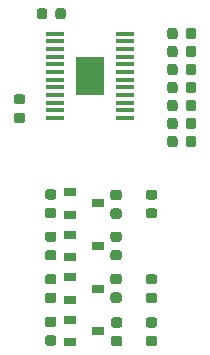
<source format=gbr>
%TF.GenerationSoftware,KiCad,Pcbnew,(5.1.6)-1*%
%TF.CreationDate,2020-08-11T11:23:43+09:00*%
%TF.ProjectId,BLDC_MD_DRV10970,424c4443-5f4d-4445-9f44-525631303937,rev?*%
%TF.SameCoordinates,Original*%
%TF.FileFunction,Paste,Top*%
%TF.FilePolarity,Positive*%
%FSLAX46Y46*%
G04 Gerber Fmt 4.6, Leading zero omitted, Abs format (unit mm)*
G04 Created by KiCad (PCBNEW (5.1.6)-1) date 2020-08-11 11:23:43*
%MOMM*%
%LPD*%
G01*
G04 APERTURE LIST*
%ADD10R,1.000000X0.700000*%
%ADD11R,2.400000X3.280000*%
%ADD12R,1.500000X0.450000*%
G04 APERTURE END LIST*
%TO.C,R15*%
G36*
G01*
X158099240Y-98198650D02*
X158099240Y-97686150D01*
G75*
G02*
X158317990Y-97467400I218750J0D01*
G01*
X158755490Y-97467400D01*
G75*
G02*
X158974240Y-97686150I0J-218750D01*
G01*
X158974240Y-98198650D01*
G75*
G02*
X158755490Y-98417400I-218750J0D01*
G01*
X158317990Y-98417400D01*
G75*
G02*
X158099240Y-98198650I0J218750D01*
G01*
G37*
G36*
G01*
X156524240Y-98198650D02*
X156524240Y-97686150D01*
G75*
G02*
X156742990Y-97467400I218750J0D01*
G01*
X157180490Y-97467400D01*
G75*
G02*
X157399240Y-97686150I0J-218750D01*
G01*
X157399240Y-98198650D01*
G75*
G02*
X157180490Y-98417400I-218750J0D01*
G01*
X156742990Y-98417400D01*
G75*
G02*
X156524240Y-98198650I0J218750D01*
G01*
G37*
%TD*%
%TO.C,R14*%
G36*
G01*
X147060400Y-94998250D02*
X147060400Y-94485750D01*
G75*
G02*
X147279150Y-94267000I218750J0D01*
G01*
X147716650Y-94267000D01*
G75*
G02*
X147935400Y-94485750I0J-218750D01*
G01*
X147935400Y-94998250D01*
G75*
G02*
X147716650Y-95217000I-218750J0D01*
G01*
X147279150Y-95217000D01*
G75*
G02*
X147060400Y-94998250I0J218750D01*
G01*
G37*
G36*
G01*
X145485400Y-94998250D02*
X145485400Y-94485750D01*
G75*
G02*
X145704150Y-94267000I218750J0D01*
G01*
X146141650Y-94267000D01*
G75*
G02*
X146360400Y-94485750I0J-218750D01*
G01*
X146360400Y-94998250D01*
G75*
G02*
X146141650Y-95217000I-218750J0D01*
G01*
X145704150Y-95217000D01*
G75*
G02*
X145485400Y-94998250I0J218750D01*
G01*
G37*
%TD*%
%TO.C,R13*%
G36*
G01*
X158099240Y-101246650D02*
X158099240Y-100734150D01*
G75*
G02*
X158317990Y-100515400I218750J0D01*
G01*
X158755490Y-100515400D01*
G75*
G02*
X158974240Y-100734150I0J-218750D01*
G01*
X158974240Y-101246650D01*
G75*
G02*
X158755490Y-101465400I-218750J0D01*
G01*
X158317990Y-101465400D01*
G75*
G02*
X158099240Y-101246650I0J218750D01*
G01*
G37*
G36*
G01*
X156524240Y-101246650D02*
X156524240Y-100734150D01*
G75*
G02*
X156742990Y-100515400I218750J0D01*
G01*
X157180490Y-100515400D01*
G75*
G02*
X157399240Y-100734150I0J-218750D01*
G01*
X157399240Y-101246650D01*
G75*
G02*
X157180490Y-101465400I-218750J0D01*
G01*
X156742990Y-101465400D01*
G75*
G02*
X156524240Y-101246650I0J218750D01*
G01*
G37*
%TD*%
%TO.C,R12*%
G36*
G01*
X154937750Y-118358400D02*
X155450250Y-118358400D01*
G75*
G02*
X155669000Y-118577150I0J-218750D01*
G01*
X155669000Y-119014650D01*
G75*
G02*
X155450250Y-119233400I-218750J0D01*
G01*
X154937750Y-119233400D01*
G75*
G02*
X154719000Y-119014650I0J218750D01*
G01*
X154719000Y-118577150D01*
G75*
G02*
X154937750Y-118358400I218750J0D01*
G01*
G37*
G36*
G01*
X154937750Y-116783400D02*
X155450250Y-116783400D01*
G75*
G02*
X155669000Y-117002150I0J-218750D01*
G01*
X155669000Y-117439650D01*
G75*
G02*
X155450250Y-117658400I-218750J0D01*
G01*
X154937750Y-117658400D01*
G75*
G02*
X154719000Y-117439650I0J218750D01*
G01*
X154719000Y-117002150D01*
G75*
G02*
X154937750Y-116783400I218750J0D01*
G01*
G37*
%TD*%
%TO.C,R11*%
G36*
G01*
X158099240Y-99722650D02*
X158099240Y-99210150D01*
G75*
G02*
X158317990Y-98991400I218750J0D01*
G01*
X158755490Y-98991400D01*
G75*
G02*
X158974240Y-99210150I0J-218750D01*
G01*
X158974240Y-99722650D01*
G75*
G02*
X158755490Y-99941400I-218750J0D01*
G01*
X158317990Y-99941400D01*
G75*
G02*
X158099240Y-99722650I0J218750D01*
G01*
G37*
G36*
G01*
X156524240Y-99722650D02*
X156524240Y-99210150D01*
G75*
G02*
X156742990Y-98991400I218750J0D01*
G01*
X157180490Y-98991400D01*
G75*
G02*
X157399240Y-99210150I0J-218750D01*
G01*
X157399240Y-99722650D01*
G75*
G02*
X157180490Y-99941400I-218750J0D01*
G01*
X156742990Y-99941400D01*
G75*
G02*
X156524240Y-99722650I0J218750D01*
G01*
G37*
%TD*%
%TO.C,R10*%
G36*
G01*
X154937750Y-111195600D02*
X155450250Y-111195600D01*
G75*
G02*
X155669000Y-111414350I0J-218750D01*
G01*
X155669000Y-111851850D01*
G75*
G02*
X155450250Y-112070600I-218750J0D01*
G01*
X154937750Y-112070600D01*
G75*
G02*
X154719000Y-111851850I0J218750D01*
G01*
X154719000Y-111414350D01*
G75*
G02*
X154937750Y-111195600I218750J0D01*
G01*
G37*
G36*
G01*
X154937750Y-109620600D02*
X155450250Y-109620600D01*
G75*
G02*
X155669000Y-109839350I0J-218750D01*
G01*
X155669000Y-110276850D01*
G75*
G02*
X155450250Y-110495600I-218750J0D01*
G01*
X154937750Y-110495600D01*
G75*
G02*
X154719000Y-110276850I0J218750D01*
G01*
X154719000Y-109839350D01*
G75*
G02*
X154937750Y-109620600I218750J0D01*
G01*
G37*
%TD*%
%TO.C,R9*%
G36*
G01*
X154937750Y-122016000D02*
X155450250Y-122016000D01*
G75*
G02*
X155669000Y-122234750I0J-218750D01*
G01*
X155669000Y-122672250D01*
G75*
G02*
X155450250Y-122891000I-218750J0D01*
G01*
X154937750Y-122891000D01*
G75*
G02*
X154719000Y-122672250I0J218750D01*
G01*
X154719000Y-122234750D01*
G75*
G02*
X154937750Y-122016000I218750J0D01*
G01*
G37*
G36*
G01*
X154937750Y-120441000D02*
X155450250Y-120441000D01*
G75*
G02*
X155669000Y-120659750I0J-218750D01*
G01*
X155669000Y-121097250D01*
G75*
G02*
X155450250Y-121316000I-218750J0D01*
G01*
X154937750Y-121316000D01*
G75*
G02*
X154719000Y-121097250I0J218750D01*
G01*
X154719000Y-120659750D01*
G75*
G02*
X154937750Y-120441000I218750J0D01*
G01*
G37*
%TD*%
%TO.C,R8*%
G36*
G01*
X151940550Y-111220900D02*
X152453050Y-111220900D01*
G75*
G02*
X152671800Y-111439650I0J-218750D01*
G01*
X152671800Y-111877150D01*
G75*
G02*
X152453050Y-112095900I-218750J0D01*
G01*
X151940550Y-112095900D01*
G75*
G02*
X151721800Y-111877150I0J218750D01*
G01*
X151721800Y-111439650D01*
G75*
G02*
X151940550Y-111220900I218750J0D01*
G01*
G37*
G36*
G01*
X151940550Y-109645900D02*
X152453050Y-109645900D01*
G75*
G02*
X152671800Y-109864650I0J-218750D01*
G01*
X152671800Y-110302150D01*
G75*
G02*
X152453050Y-110520900I-218750J0D01*
G01*
X151940550Y-110520900D01*
G75*
G02*
X151721800Y-110302150I0J218750D01*
G01*
X151721800Y-109864650D01*
G75*
G02*
X151940550Y-109645900I218750J0D01*
G01*
G37*
%TD*%
%TO.C,R7*%
G36*
G01*
X151940550Y-114751600D02*
X152453050Y-114751600D01*
G75*
G02*
X152671800Y-114970350I0J-218750D01*
G01*
X152671800Y-115407850D01*
G75*
G02*
X152453050Y-115626600I-218750J0D01*
G01*
X151940550Y-115626600D01*
G75*
G02*
X151721800Y-115407850I0J218750D01*
G01*
X151721800Y-114970350D01*
G75*
G02*
X151940550Y-114751600I218750J0D01*
G01*
G37*
G36*
G01*
X151940550Y-113176600D02*
X152453050Y-113176600D01*
G75*
G02*
X152671800Y-113395350I0J-218750D01*
G01*
X152671800Y-113832850D01*
G75*
G02*
X152453050Y-114051600I-218750J0D01*
G01*
X151940550Y-114051600D01*
G75*
G02*
X151721800Y-113832850I0J218750D01*
G01*
X151721800Y-113395350D01*
G75*
G02*
X151940550Y-113176600I218750J0D01*
G01*
G37*
%TD*%
%TO.C,R6*%
G36*
G01*
X151940550Y-118332900D02*
X152453050Y-118332900D01*
G75*
G02*
X152671800Y-118551650I0J-218750D01*
G01*
X152671800Y-118989150D01*
G75*
G02*
X152453050Y-119207900I-218750J0D01*
G01*
X151940550Y-119207900D01*
G75*
G02*
X151721800Y-118989150I0J218750D01*
G01*
X151721800Y-118551650D01*
G75*
G02*
X151940550Y-118332900I218750J0D01*
G01*
G37*
G36*
G01*
X151940550Y-116757900D02*
X152453050Y-116757900D01*
G75*
G02*
X152671800Y-116976650I0J-218750D01*
G01*
X152671800Y-117414150D01*
G75*
G02*
X152453050Y-117632900I-218750J0D01*
G01*
X151940550Y-117632900D01*
G75*
G02*
X151721800Y-117414150I0J218750D01*
G01*
X151721800Y-116976650D01*
G75*
G02*
X151940550Y-116757900I218750J0D01*
G01*
G37*
%TD*%
%TO.C,R5*%
G36*
G01*
X151991350Y-122016000D02*
X152503850Y-122016000D01*
G75*
G02*
X152722600Y-122234750I0J-218750D01*
G01*
X152722600Y-122672250D01*
G75*
G02*
X152503850Y-122891000I-218750J0D01*
G01*
X151991350Y-122891000D01*
G75*
G02*
X151772600Y-122672250I0J218750D01*
G01*
X151772600Y-122234750D01*
G75*
G02*
X151991350Y-122016000I218750J0D01*
G01*
G37*
G36*
G01*
X151991350Y-120441000D02*
X152503850Y-120441000D01*
G75*
G02*
X152722600Y-120659750I0J-218750D01*
G01*
X152722600Y-121097250D01*
G75*
G02*
X152503850Y-121316000I-218750J0D01*
G01*
X151991350Y-121316000D01*
G75*
G02*
X151772600Y-121097250I0J218750D01*
G01*
X151772600Y-120659750D01*
G75*
G02*
X151991350Y-120441000I218750J0D01*
G01*
G37*
%TD*%
%TO.C,R4*%
G36*
G01*
X146403350Y-111170100D02*
X146915850Y-111170100D01*
G75*
G02*
X147134600Y-111388850I0J-218750D01*
G01*
X147134600Y-111826350D01*
G75*
G02*
X146915850Y-112045100I-218750J0D01*
G01*
X146403350Y-112045100D01*
G75*
G02*
X146184600Y-111826350I0J218750D01*
G01*
X146184600Y-111388850D01*
G75*
G02*
X146403350Y-111170100I218750J0D01*
G01*
G37*
G36*
G01*
X146403350Y-109595100D02*
X146915850Y-109595100D01*
G75*
G02*
X147134600Y-109813850I0J-218750D01*
G01*
X147134600Y-110251350D01*
G75*
G02*
X146915850Y-110470100I-218750J0D01*
G01*
X146403350Y-110470100D01*
G75*
G02*
X146184600Y-110251350I0J218750D01*
G01*
X146184600Y-109813850D01*
G75*
G02*
X146403350Y-109595100I218750J0D01*
G01*
G37*
%TD*%
%TO.C,R3*%
G36*
G01*
X146403350Y-114751600D02*
X146915850Y-114751600D01*
G75*
G02*
X147134600Y-114970350I0J-218750D01*
G01*
X147134600Y-115407850D01*
G75*
G02*
X146915850Y-115626600I-218750J0D01*
G01*
X146403350Y-115626600D01*
G75*
G02*
X146184600Y-115407850I0J218750D01*
G01*
X146184600Y-114970350D01*
G75*
G02*
X146403350Y-114751600I218750J0D01*
G01*
G37*
G36*
G01*
X146403350Y-113176600D02*
X146915850Y-113176600D01*
G75*
G02*
X147134600Y-113395350I0J-218750D01*
G01*
X147134600Y-113832850D01*
G75*
G02*
X146915850Y-114051600I-218750J0D01*
G01*
X146403350Y-114051600D01*
G75*
G02*
X146184600Y-113832850I0J218750D01*
G01*
X146184600Y-113395350D01*
G75*
G02*
X146403350Y-113176600I218750J0D01*
G01*
G37*
%TD*%
%TO.C,R2*%
G36*
G01*
X146403350Y-118358400D02*
X146915850Y-118358400D01*
G75*
G02*
X147134600Y-118577150I0J-218750D01*
G01*
X147134600Y-119014650D01*
G75*
G02*
X146915850Y-119233400I-218750J0D01*
G01*
X146403350Y-119233400D01*
G75*
G02*
X146184600Y-119014650I0J218750D01*
G01*
X146184600Y-118577150D01*
G75*
G02*
X146403350Y-118358400I218750J0D01*
G01*
G37*
G36*
G01*
X146403350Y-116783400D02*
X146915850Y-116783400D01*
G75*
G02*
X147134600Y-117002150I0J-218750D01*
G01*
X147134600Y-117439650D01*
G75*
G02*
X146915850Y-117658400I-218750J0D01*
G01*
X146403350Y-117658400D01*
G75*
G02*
X146184600Y-117439650I0J218750D01*
G01*
X146184600Y-117002150D01*
G75*
G02*
X146403350Y-116783400I218750J0D01*
G01*
G37*
%TD*%
%TO.C,R1*%
G36*
G01*
X146403350Y-121965200D02*
X146915850Y-121965200D01*
G75*
G02*
X147134600Y-122183950I0J-218750D01*
G01*
X147134600Y-122621450D01*
G75*
G02*
X146915850Y-122840200I-218750J0D01*
G01*
X146403350Y-122840200D01*
G75*
G02*
X146184600Y-122621450I0J218750D01*
G01*
X146184600Y-122183950D01*
G75*
G02*
X146403350Y-121965200I218750J0D01*
G01*
G37*
G36*
G01*
X146403350Y-120390200D02*
X146915850Y-120390200D01*
G75*
G02*
X147134600Y-120608950I0J-218750D01*
G01*
X147134600Y-121046450D01*
G75*
G02*
X146915850Y-121265200I-218750J0D01*
G01*
X146403350Y-121265200D01*
G75*
G02*
X146184600Y-121046450I0J218750D01*
G01*
X146184600Y-120608950D01*
G75*
G02*
X146403350Y-120390200I218750J0D01*
G01*
G37*
%TD*%
D10*
%TO.C,Q4*%
X150653600Y-110794800D03*
X148253600Y-111744800D03*
X148253600Y-109844800D03*
%TD*%
%TO.C,Q3*%
X150653600Y-114401600D03*
X148253600Y-115351600D03*
X148253600Y-113451600D03*
%TD*%
%TO.C,Q2*%
X150653600Y-118008400D03*
X148253600Y-118958400D03*
X148253600Y-117058400D03*
%TD*%
%TO.C,Q1*%
X150653600Y-121615200D03*
X148253600Y-122565200D03*
X148253600Y-120665200D03*
%TD*%
D11*
%TO.C,IC1*%
X150000000Y-100000000D03*
D12*
X152950000Y-96425000D03*
X152950000Y-97075000D03*
X152950000Y-97725000D03*
X152950000Y-98375000D03*
X152950000Y-99025000D03*
X152950000Y-99675000D03*
X152950000Y-100325000D03*
X152950000Y-100975000D03*
X152950000Y-101625000D03*
X152950000Y-102275000D03*
X152950000Y-102925000D03*
X152950000Y-103575000D03*
X147050000Y-103575000D03*
X147050000Y-102925000D03*
X147050000Y-102275000D03*
X147050000Y-101625000D03*
X147050000Y-100975000D03*
X147050000Y-100325000D03*
X147050000Y-99675000D03*
X147050000Y-99025000D03*
X147050000Y-98375000D03*
X147050000Y-97725000D03*
X147050000Y-97075000D03*
X147050000Y-96425000D03*
%TD*%
%TO.C,C5*%
G36*
G01*
X157399240Y-102258150D02*
X157399240Y-102770650D01*
G75*
G02*
X157180490Y-102989400I-218750J0D01*
G01*
X156742990Y-102989400D01*
G75*
G02*
X156524240Y-102770650I0J218750D01*
G01*
X156524240Y-102258150D01*
G75*
G02*
X156742990Y-102039400I218750J0D01*
G01*
X157180490Y-102039400D01*
G75*
G02*
X157399240Y-102258150I0J-218750D01*
G01*
G37*
G36*
G01*
X158974240Y-102258150D02*
X158974240Y-102770650D01*
G75*
G02*
X158755490Y-102989400I-218750J0D01*
G01*
X158317990Y-102989400D01*
G75*
G02*
X158099240Y-102770650I0J218750D01*
G01*
X158099240Y-102258150D01*
G75*
G02*
X158317990Y-102039400I218750J0D01*
G01*
X158755490Y-102039400D01*
G75*
G02*
X158974240Y-102258150I0J-218750D01*
G01*
G37*
%TD*%
%TO.C,C4*%
G36*
G01*
X157399240Y-105306150D02*
X157399240Y-105818650D01*
G75*
G02*
X157180490Y-106037400I-218750J0D01*
G01*
X156742990Y-106037400D01*
G75*
G02*
X156524240Y-105818650I0J218750D01*
G01*
X156524240Y-105306150D01*
G75*
G02*
X156742990Y-105087400I218750J0D01*
G01*
X157180490Y-105087400D01*
G75*
G02*
X157399240Y-105306150I0J-218750D01*
G01*
G37*
G36*
G01*
X158974240Y-105306150D02*
X158974240Y-105818650D01*
G75*
G02*
X158755490Y-106037400I-218750J0D01*
G01*
X158317990Y-106037400D01*
G75*
G02*
X158099240Y-105818650I0J218750D01*
G01*
X158099240Y-105306150D01*
G75*
G02*
X158317990Y-105087400I218750J0D01*
G01*
X158755490Y-105087400D01*
G75*
G02*
X158974240Y-105306150I0J-218750D01*
G01*
G37*
%TD*%
%TO.C,C3*%
G36*
G01*
X158099240Y-96674650D02*
X158099240Y-96162150D01*
G75*
G02*
X158317990Y-95943400I218750J0D01*
G01*
X158755490Y-95943400D01*
G75*
G02*
X158974240Y-96162150I0J-218750D01*
G01*
X158974240Y-96674650D01*
G75*
G02*
X158755490Y-96893400I-218750J0D01*
G01*
X158317990Y-96893400D01*
G75*
G02*
X158099240Y-96674650I0J218750D01*
G01*
G37*
G36*
G01*
X156524240Y-96674650D02*
X156524240Y-96162150D01*
G75*
G02*
X156742990Y-95943400I218750J0D01*
G01*
X157180490Y-95943400D01*
G75*
G02*
X157399240Y-96162150I0J-218750D01*
G01*
X157399240Y-96674650D01*
G75*
G02*
X157180490Y-96893400I-218750J0D01*
G01*
X156742990Y-96893400D01*
G75*
G02*
X156524240Y-96674650I0J218750D01*
G01*
G37*
%TD*%
%TO.C,C2*%
G36*
G01*
X157399240Y-103782150D02*
X157399240Y-104294650D01*
G75*
G02*
X157180490Y-104513400I-218750J0D01*
G01*
X156742990Y-104513400D01*
G75*
G02*
X156524240Y-104294650I0J218750D01*
G01*
X156524240Y-103782150D01*
G75*
G02*
X156742990Y-103563400I218750J0D01*
G01*
X157180490Y-103563400D01*
G75*
G02*
X157399240Y-103782150I0J-218750D01*
G01*
G37*
G36*
G01*
X158974240Y-103782150D02*
X158974240Y-104294650D01*
G75*
G02*
X158755490Y-104513400I-218750J0D01*
G01*
X158317990Y-104513400D01*
G75*
G02*
X158099240Y-104294650I0J218750D01*
G01*
X158099240Y-103782150D01*
G75*
G02*
X158317990Y-103563400I218750J0D01*
G01*
X158755490Y-103563400D01*
G75*
G02*
X158974240Y-103782150I0J-218750D01*
G01*
G37*
%TD*%
%TO.C,C1*%
G36*
G01*
X144274250Y-102418400D02*
X143761750Y-102418400D01*
G75*
G02*
X143543000Y-102199650I0J218750D01*
G01*
X143543000Y-101762150D01*
G75*
G02*
X143761750Y-101543400I218750J0D01*
G01*
X144274250Y-101543400D01*
G75*
G02*
X144493000Y-101762150I0J-218750D01*
G01*
X144493000Y-102199650D01*
G75*
G02*
X144274250Y-102418400I-218750J0D01*
G01*
G37*
G36*
G01*
X144274250Y-103993400D02*
X143761750Y-103993400D01*
G75*
G02*
X143543000Y-103774650I0J218750D01*
G01*
X143543000Y-103337150D01*
G75*
G02*
X143761750Y-103118400I218750J0D01*
G01*
X144274250Y-103118400D01*
G75*
G02*
X144493000Y-103337150I0J-218750D01*
G01*
X144493000Y-103774650D01*
G75*
G02*
X144274250Y-103993400I-218750J0D01*
G01*
G37*
%TD*%
M02*

</source>
